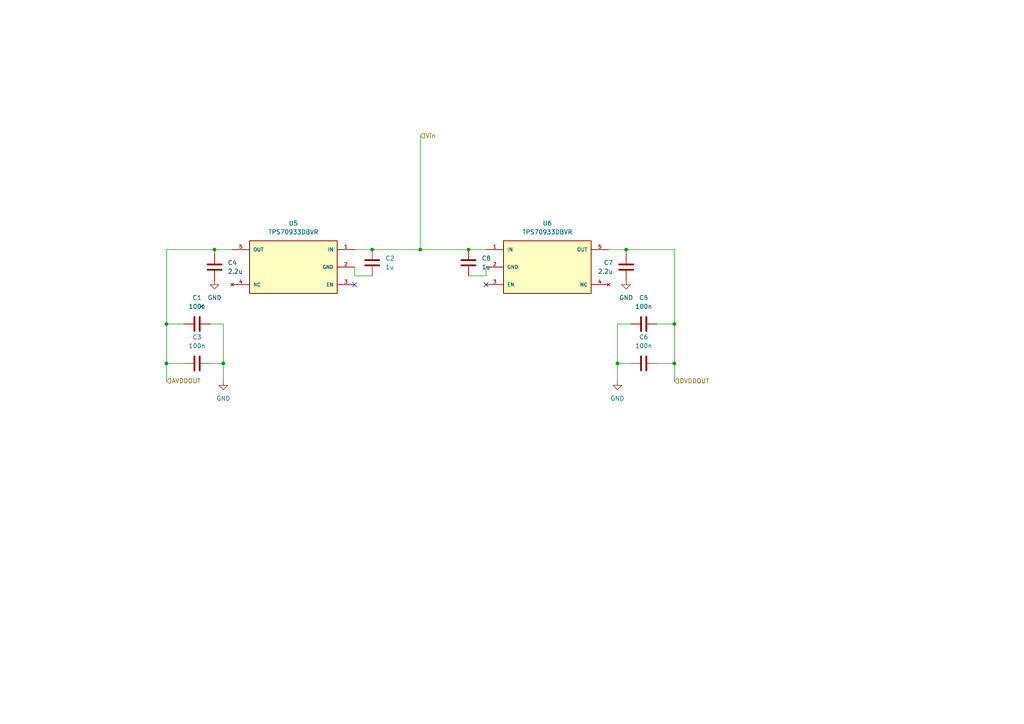
<source format=kicad_sch>
(kicad_sch (version 20250114) (generator "eeschema") (generator_version "9.0")
  (paper "A4")
  (lib_symbols
    (symbol "Device:C" (pin_numbers (hide yes)) (pin_names (offset 0.254))
      (property "Reference" "C" (at 0.635 2.54 0))
      (property "Value" "C" (at 0.635 -2.54 0))
      (symbol "C_0_1"
        (polyline (pts (xy -2.032 0.762) (xy 2.032 0.762)) (stroke (width 0.508)))
        (polyline (pts (xy -2.032 -0.762) (xy 2.032 -0.762)) (stroke (width 0.508)))
      )
      (symbol "C_1_1"
        (pin passive line (at 0 3.81 270) (length 2.794) (name "~") (number "1"))
        (pin passive line (at 0 -3.81 90) (length 2.794) (name "~") (number "2"))
      )
    )
    (symbol "TPS70933DBVR_1" (pin_names (offset 1.016))
      (property "Reference" "U" (at -12.7 8.382 0))
      (property "Value" "TPS70933DBVR" (at -12.7 -10.16 0))
      (symbol "TPS70933DBVR_1_0_0"
        (rectangle (start -12.7 -7.62) (end 12.7 7.62) (stroke (width 0.254)) (fill (type background)))
        (pin input line (at -17.78 5.08 0) (length 5.08) (name "IN") (number "1"))
        (pin power_in line (at -17.78 0 0) (length 5.08) (name "GND") (number "2"))
        (pin input line (at -17.78 -5.08 0) (length 5.08) (name "EN") (number "3"))
        (pin output line (at 17.78 5.08 180) (length 5.08) (name "OUT") (number "5"))
        (pin no_connect line (at 17.78 -5.08 180) (length 5.08) (name "NC") (number "4"))
      )
    )
    (symbol "power:GND" (power) (pin_numbers (hide yes)) (pin_names (offset 0) (hide yes))
      (property "Value" "GND" (at 0 -3.81 0))
      (symbol "GND_0_1"
        (polyline (pts (xy 0 0) (xy 0 -1.27) (xy 1.27 -1.27) (xy 0 -2.54) (xy -1.27 -1.27) (xy 0 -1.27)))
      )
      (symbol "GND_1_1"
        (pin power_in line (at 0 0 270) (length 0) (name "~") (number "1"))
      )
    )
  )
  (junction (at 64.77 105.41))
  (junction (at 48.26 105.41))
  (junction (at 107.95 72.39))
  (junction (at 195.58 93.98))
  (junction (at 195.58 105.41))
  (junction (at 181.61 72.39))
  (junction (at 121.92 72.39))
  (junction (at 135.89 72.39))
  (junction (at 62.23 72.39))
  (junction (at 48.26 93.98))
  (junction (at 179.07 105.41))
  (no_connect (at 58.42 88.9))
  (no_connect (at 102.87 82.55))
  (no_connect (at 140.97 82.55))
  (wire (pts (xy 48.26 72.39) (xy 62.23 72.39)))
  (wire (pts (xy 181.61 72.39) (xy 181.61 73.66)))
  (wire (pts (xy 48.26 105.41) (xy 53.34 105.41)))
  (wire (pts (xy 48.26 93.98) (xy 53.34 93.98)))
  (wire (pts (xy 179.07 93.98) (xy 179.07 105.41)))
  (wire (pts (xy 48.26 72.39) (xy 48.26 93.98)))
  (wire (pts (xy 181.61 72.39) (xy 176.53 72.39)))
  (wire (pts (xy 64.77 105.41) (xy 64.77 110.49)))
  (wire (pts (xy 60.96 93.98) (xy 64.77 93.98)))
  (wire (pts (xy 107.95 80.01) (xy 102.87 80.01)))
  (wire (pts (xy 140.97 80.01) (xy 140.97 77.47)))
  (wire (pts (xy 48.26 93.98) (xy 48.26 105.41)))
  (wire (pts (xy 102.87 72.39) (xy 107.95 72.39)))
  (wire (pts (xy 135.89 80.01) (xy 140.97 80.01)))
  (wire (pts (xy 179.07 105.41) (xy 179.07 110.49)))
  (wire (pts (xy 195.58 93.98) (xy 195.58 105.41)))
  (wire (pts (xy 121.92 72.39) (xy 121.92 39.37)))
  (wire (pts (xy 195.58 72.39) (xy 195.58 93.98)))
  (wire (pts (xy 195.58 72.39) (xy 181.61 72.39)))
  (wire (pts (xy 107.95 72.39) (xy 121.92 72.39)))
  (wire (pts (xy 140.97 72.39) (xy 135.89 72.39)))
  (wire (pts (xy 195.58 105.41) (xy 190.5 105.41)))
  (wire (pts (xy 102.87 80.01) (xy 102.87 77.47)))
  (wire (pts (xy 60.96 105.41) (xy 64.77 105.41)))
  (wire (pts (xy 182.88 93.98) (xy 179.07 93.98)))
  (wire (pts (xy 64.77 93.98) (xy 64.77 105.41)))
  (wire (pts (xy 182.88 105.41) (xy 179.07 105.41)))
  (wire (pts (xy 195.58 105.41) (xy 195.58 110.49)))
  (wire (pts (xy 62.23 72.39) (xy 62.23 73.66)))
  (wire (pts (xy 48.26 105.41) (xy 48.26 110.49)))
  (wire (pts (xy 62.23 72.39) (xy 67.31 72.39)))
  (wire (pts (xy 135.89 72.39) (xy 121.92 72.39)))
  (wire (pts (xy 195.58 93.98) (xy 190.5 93.98)))
  (hierarchical_label "Vin" (shape input) (at 121.92 39.37 0))
  (hierarchical_label "AVDDOUT" (shape input) (at 48.26 110.49 0))
  (hierarchical_label "DVDDOUT" (shape input) (at 195.58 110.49 0))
  (symbol (lib_id "Device:C") (at 107.95 76.2 0) (unit 1)
    (property "Reference" "C2" (at 111.76 74.9299 0) (effects (justify left)))
    (property "Value" "1u" (at 111.76 77.4699 0) (effects (justify left)))
    (property "Description" "Unpolarized capacitor" (effects (hide yes)))
  )
  (symbol (lib_id "power:GND") (at 181.61 81.28 0) (unit 1)
    (property "Reference" "#PWR012" (effects (hide yes)))
    (property "Value" "GND" (at 181.61 86.36 0))
    (property "Description" "Power symbol creates a global label with name \"GND\" , ground" (effects (hide yes)))
  )
  (symbol (lib_id "power:GND") (at 64.77 110.49 0) (unit 1)
    (property "Reference" "#PWR010" (effects (hide yes)))
    (property "Value" "GND" (at 64.77 115.57 0))
    (property "Description" "Power symbol creates a global label with name \"GND\" , ground" (effects (hide yes)))
  )
  (symbol (lib_id "power:GND") (at 62.23 81.28 0) (unit 1)
    (property "Reference" "#PWR011" (effects (hide yes)))
    (property "Value" "GND" (at 62.23 86.36 0))
    (property "Description" "Power symbol creates a global label with name \"GND\" , ground" (effects (hide yes)))
  )
  (symbol (lib_id "Device:C") (at 181.61 77.47 0) (mirror y) (unit 1)
    (property "Reference" "C7" (at 177.8 76.1999 0) (effects (justify left)))
    (property "Value" "2.2u" (at 177.8 78.7399 0) (effects (justify left)))
    (property "Description" "Unpolarized capacitor" (effects (hide yes)))
  )
  (symbol (lib_id "Device:C") (at 186.69 93.98 90) (mirror x) (unit 1)
    (property "Reference" "C5" (at 186.69 86.36 90))
    (property "Value" "100n" (at 186.69 88.9 90))
    (property "Description" "Unpolarized capacitor" (effects (hide yes)))
  )
  (symbol (lib_name "TPS70933DBVR_1") (lib_id "TPS70933DBVR:TPS70933DBVR") (at 85.09 77.47 0) (mirror y) (unit 1)
    (property "Reference" "U5" (at 85.09 64.77 0))
    (property "Value" "TPS70933DBVR" (at 85.09 67.31 0))
    (property "Footprint" "TPS70933DBVR:SOT95P280X145-5N" (effects (hide yes)))
    (property "MAXIMUM_PACKAGE_HEIGHT" "1.45mm" (effects (hide yes)))
    (property "CREATOR" "ANA" (effects (hide yes)))
    (property "STANDARD" "IPC-7351B" (effects (hide yes)))
    (property "PARTREV" "H" (effects (hide yes)))
    (property "VERIFIER" "RODRIGO" (effects (hide yes)))
    (property "MANUFACTURER" "Texas Instruments" (effects (hide yes)))
  )
  (symbol (lib_id "Device:C") (at 57.15 105.41 270) (unit 1)
    (property "Reference" "C3" (at 57.15 97.79 90))
    (property "Value" "100n" (at 57.15 100.33 90))
    (property "Description" "Unpolarized capacitor" (effects (hide yes)))
  )
  (symbol (lib_name "TPS70933DBVR_1") (lib_id "TPS70933DBVR:TPS70933DBVR") (at 158.75 77.47 0) (unit 1)
    (property "Reference" "U6" (at 158.75 64.77 0))
    (property "Value" "TPS70933DBVR" (at 158.75 67.31 0))
    (property "Footprint" "TPS70933DBVR:SOT95P280X145-5N" (effects (hide yes)))
    (property "MAXIMUM_PACKAGE_HEIGHT" "1.45mm" (effects (hide yes)))
    (property "CREATOR" "ANA" (effects (hide yes)))
    (property "STANDARD" "IPC-7351B" (effects (hide yes)))
    (property "PARTREV" "H" (effects (hide yes)))
    (property "VERIFIER" "RODRIGO" (effects (hide yes)))
    (property "MANUFACTURER" "Texas Instruments" (effects (hide yes)))
  )
  (symbol (lib_id "Device:C") (at 57.15 93.98 270) (unit 1)
    (property "Reference" "C1" (at 57.15 86.36 90))
    (property "Value" "100n" (at 57.15 88.9 90))
    (property "Description" "Unpolarized capacitor" (effects (hide yes)))
  )
  (symbol (lib_id "power:GND") (at 179.07 110.49 0) (mirror y) (unit 1)
    (property "Reference" "#PWR09" (effects (hide yes)))
    (property "Value" "GND" (at 179.07 115.57 0))
    (property "Description" "Power symbol creates a global label with name \"GND\" , ground" (effects (hide yes)))
  )
  (symbol (lib_id "Device:C") (at 62.23 77.47 0) (unit 1)
    (property "Reference" "C4" (at 66.04 76.1999 0) (effects (justify left)))
    (property "Value" "2.2u" (at 66.04 78.7399 0) (effects (justify left)))
    (property "Description" "Unpolarized capacitor" (effects (hide yes)))
  )
  (symbol (lib_id "Device:C") (at 186.69 105.41 90) (mirror x) (unit 1)
    (property "Reference" "C6" (at 186.69 97.79 90))
    (property "Value" "100n" (at 186.69 100.33 90))
    (property "Description" "Unpolarized capacitor" (effects (hide yes)))
  )
  (symbol (lib_id "Device:C") (at 135.89 76.2 0) (mirror y) (unit 1)
    (property "Reference" "C8" (at 139.7 74.9299 0) (effects (justify right)))
    (property "Value" "1u" (at 139.7 77.4699 0) (effects (justify right)))
    (property "Description" "Unpolarized capacitor" (effects (hide yes)))
  )
)
</source>
